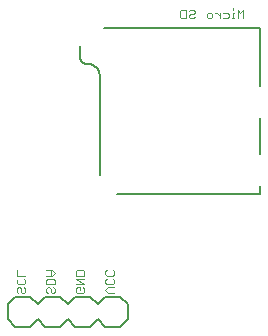
<source format=gbo>
G75*
G70*
%OFA0B0*%
%FSLAX24Y24*%
%IPPOS*%
%LPD*%
%AMOC8*
5,1,8,0,0,1.08239X$1,22.5*
%
%ADD10C,0.0030*%
%ADD11C,0.0080*%
D10*
X006267Y001985D02*
X006316Y001937D01*
X006267Y001985D02*
X006267Y002082D01*
X006316Y002130D01*
X006364Y002130D01*
X006412Y002082D01*
X006412Y001985D01*
X006461Y001937D01*
X006509Y001937D01*
X006558Y001985D01*
X006558Y002082D01*
X006509Y002130D01*
X006509Y002231D02*
X006316Y002231D01*
X006267Y002280D01*
X006267Y002376D01*
X006316Y002425D01*
X006267Y002526D02*
X006267Y002719D01*
X006267Y002526D02*
X006558Y002526D01*
X006509Y002425D02*
X006558Y002376D01*
X006558Y002280D01*
X006509Y002231D01*
X007252Y002231D02*
X007252Y002376D01*
X007300Y002425D01*
X007493Y002425D01*
X007542Y002376D01*
X007542Y002231D01*
X007252Y002231D01*
X007300Y002130D02*
X007252Y002082D01*
X007252Y001985D01*
X007300Y001937D01*
X007397Y001985D02*
X007397Y002082D01*
X007348Y002130D01*
X007300Y002130D01*
X007397Y001985D02*
X007445Y001937D01*
X007493Y001937D01*
X007542Y001985D01*
X007542Y002082D01*
X007493Y002130D01*
X007445Y002526D02*
X007252Y002526D01*
X007397Y002526D02*
X007397Y002719D01*
X007445Y002719D02*
X007252Y002719D01*
X007445Y002719D02*
X007542Y002623D01*
X007445Y002526D01*
X008236Y002526D02*
X008236Y002671D01*
X008284Y002719D01*
X008478Y002719D01*
X008526Y002671D01*
X008526Y002526D01*
X008236Y002526D01*
X008236Y002425D02*
X008526Y002425D01*
X008526Y002231D02*
X008236Y002425D01*
X008236Y002231D02*
X008526Y002231D01*
X008478Y002130D02*
X008526Y002082D01*
X008526Y001985D01*
X008478Y001937D01*
X008284Y001937D01*
X008236Y001985D01*
X008236Y002082D01*
X008284Y002130D01*
X008381Y002130D01*
X008381Y002033D01*
X009220Y002033D02*
X009317Y002130D01*
X009510Y002130D01*
X009462Y002231D02*
X009268Y002231D01*
X009220Y002280D01*
X009220Y002376D01*
X009268Y002425D01*
X009268Y002526D02*
X009220Y002574D01*
X009220Y002671D01*
X009268Y002719D01*
X009268Y002526D02*
X009462Y002526D01*
X009510Y002574D01*
X009510Y002671D01*
X009462Y002719D01*
X009462Y002425D02*
X009510Y002376D01*
X009510Y002280D01*
X009462Y002231D01*
X009510Y001937D02*
X009317Y001937D01*
X009220Y002033D01*
X011761Y011097D02*
X011713Y011145D01*
X011713Y011339D01*
X011761Y011387D01*
X011906Y011387D01*
X011906Y011097D01*
X011761Y011097D01*
X012007Y011145D02*
X012056Y011097D01*
X012152Y011097D01*
X012201Y011145D01*
X012152Y011242D02*
X012056Y011242D01*
X012007Y011194D01*
X012007Y011145D01*
X012152Y011242D02*
X012201Y011290D01*
X012201Y011339D01*
X012152Y011387D01*
X012056Y011387D01*
X012007Y011339D01*
X012596Y011242D02*
X012645Y011290D01*
X012742Y011290D01*
X012790Y011242D01*
X012790Y011145D01*
X012742Y011097D01*
X012645Y011097D01*
X012596Y011145D01*
X012596Y011242D01*
X012890Y011290D02*
X012939Y011290D01*
X013036Y011194D01*
X013036Y011290D02*
X013036Y011097D01*
X013137Y011097D02*
X013282Y011097D01*
X013330Y011145D01*
X013330Y011242D01*
X013282Y011290D01*
X013137Y011290D01*
X013430Y011097D02*
X013527Y011097D01*
X013478Y011097D02*
X013478Y011290D01*
X013527Y011290D01*
X013478Y011387D02*
X013478Y011436D01*
X013628Y011387D02*
X013628Y011097D01*
X013821Y011097D02*
X013821Y011387D01*
X013725Y011290D01*
X013628Y011387D01*
D11*
X005964Y001569D02*
X005964Y001069D01*
X006214Y000819D01*
X006714Y000819D01*
X006964Y001069D01*
X007214Y000819D01*
X007714Y000819D01*
X007964Y001069D01*
X008214Y000819D01*
X008714Y000819D01*
X008964Y001069D01*
X009214Y000819D01*
X009714Y000819D01*
X009964Y001069D01*
X009964Y001569D01*
X009714Y001819D01*
X009214Y001819D01*
X008964Y001569D01*
X008714Y001819D01*
X008214Y001819D01*
X007964Y001569D01*
X007714Y001819D01*
X007214Y001819D01*
X006964Y001569D01*
X006714Y001819D01*
X006214Y001819D01*
X005964Y001569D01*
X009622Y005252D02*
X014386Y005252D01*
X014386Y005528D01*
X014386Y006591D02*
X014386Y007772D01*
X014386Y008835D02*
X014386Y010764D01*
X009189Y010764D01*
X008363Y010174D02*
X008363Y009859D01*
X008362Y009827D01*
X008366Y009796D01*
X008373Y009765D01*
X008384Y009735D01*
X008398Y009707D01*
X008416Y009681D01*
X008437Y009657D01*
X008461Y009636D01*
X008487Y009618D01*
X008515Y009604D01*
X008545Y009593D01*
X008576Y009586D01*
X008607Y009582D01*
X008639Y009583D01*
X008638Y009584D02*
X008676Y009581D01*
X008714Y009575D01*
X008751Y009565D01*
X008787Y009551D01*
X008822Y009535D01*
X008854Y009515D01*
X008885Y009492D01*
X008914Y009466D01*
X008940Y009437D01*
X008963Y009406D01*
X008983Y009374D01*
X008999Y009339D01*
X009013Y009303D01*
X009023Y009266D01*
X009029Y009228D01*
X009032Y009190D01*
X009032Y009189D02*
X009032Y005882D01*
M02*

</source>
